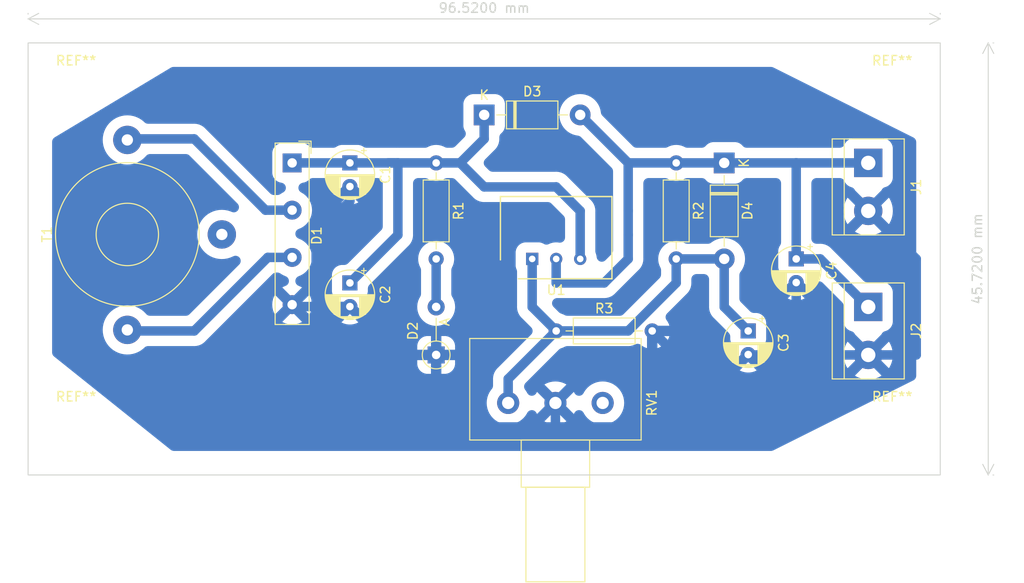
<source format=kicad_pcb>
(kicad_pcb (version 20211014) (generator pcbnew)
  (layers (0 "F.Cu" signal) (31 "B.Cu" signal) (34 "B.Paste" user) (35 "F.Paste" user) (36 "B.SilkS" user "B.Silkscreen") (37 "F.SilkS" user "F.Silkscreen") (38 "B.Mask" user) (39 "F.Mask" user) (44 "Edge.Cuts" user))
  (net 0 "")
  (net 1 "Net-(C1-Pad1)")
  (net 2 "Net-(C3-Pad1)")
  (net 3 "Net-(C4-Pad1)")
  (net 4 "Net-(D2-Pad2)")
  (net 5 "unconnected-(T1-Pad1)")
  (net 7 "Net-(D1-Pad2)")
  (net 8 "Net-(D1-Pad3)")
  (net 9 "GND")
  (footprint "TerminalBlock:TerminalBlock_bornier-2_P5.08mm" (layer "F.Cu") (at 180.34 93.98 -90)
    (fp_text reference "J2" (at 2.54 -5.08 90) (layer "F.SilkS"))
    (fp_text value "Conn_01x02")
    (pad "1" thru_hole rect (at 0 0 270) (size 3 3) (drill 1.52) (layers *.Cu *.Mask) (net 3 "Net-(C4-Pad1)"))
    (pad "2" thru_hole circle (at 5.08 0 270) (size 3 3) (drill 1.52) (layers *.Cu *.Mask) (net 9 "GND"))
  )
  (footprint "Diode_THT:D_DO-41_SOD81_P10.16mm_Horizontal" (layer "F.Cu") (at 139.7 73.66)
    (fp_text reference "D3" (at 5.08 -2.47) (layer "F.SilkS"))
    (fp_text value "1N5817")
    (fp_text user "K" (at 0 -2.1) (layer "F.SilkS"))
    (pad "1" thru_hole rect (at 0 0) (size 2.2 2.2) (drill 1.1) (layers *.Cu *.Mask) (net 1 "Net-(C1-Pad1)"))
    (pad "2" thru_hole oval (at 10.16 0) (size 2.2 2.2) (drill 1.1) (layers *.Cu *.Mask) (net 3 "Net-(C4-Pad1)"))
  )
  (footprint "Package_SIP:SIP3_11.6x8.5mm" (layer "F.Cu") (at 144.78 88.9)
    (fp_text reference "U1" (at 2.54 3.3 180) (layer "F.SilkS"))
    (fp_text value "LM350_TO220")
    (pad "1" thru_hole rect (at 0 0 270) (size 1.3 1.3) (drill 0.7) (layers *.Cu *.Mask) (net 2 "Net-(C3-Pad1)"))
    (pad "2" thru_hole circle (at 2.54 0 180) (size 1.3 1.3) (drill 0.7) (layers *.Cu *.Mask) (net 3 "Net-(C4-Pad1)"))
    (pad "3" thru_hole circle (at 5.08 0 270) (size 1.3 1.3) (drill 0.7) (layers *.Cu *.Mask) (net 1 "Net-(C1-Pad1)"))
  )
  (footprint "Transformer_THT:Autotransformer_Toroid_1Tap_Horizontal_D14.0mm_Amidon-T50" (layer "F.Cu") (at 101.940489 96.41 90)
    (fp_text reference "T1" (at 10.1 -8.5 90) (layer "F.SilkS"))
    (fp_text value "Transformer_1P_SS")
    (pad "1" thru_hole circle (at 0 0 90) (size 3 3) (drill 1.2) (layers *.Cu *.Mask) (net 5 "unconnected-(T1-Pad1)"))
    (pad "2" thru_hole circle (at 10.1 10 90) (size 3 3) (drill 1.2) (layers *.Cu *.Mask))
    (pad "3" thru_hole circle (at 20.1 0 90) (size 3 3) (drill 1.2) (layers *.Cu *.Mask) (net 7 "Net-(D1-Pad2)"))
  )
  (footprint "Resistor_THT:R_Axial_DIN0207_L6.3mm_D2.5mm_P10.16mm_Horizontal" (layer "F.Cu") (at 160.02 78.74 -90)
    (fp_text reference "R2" (at 5.08 -2.37 90) (layer "F.SilkS"))
    (fp_text value "220")
    (pad "1" thru_hole circle (at 0 0 270) (size 1.6 1.6) (drill 0.8) (layers *.Cu *.Mask) (net 3 "Net-(C4-Pad1)"))
    (pad "2" thru_hole oval (at 10.16 0 270) (size 1.6 1.6) (drill 0.8) (layers *.Cu *.Mask) (net 2 "Net-(C3-Pad1)"))
  )
  (footprint "Resistor_THT:R_Axial_DIN0207_L6.3mm_D2.5mm_P10.16mm_Horizontal" (layer "F.Cu") (at 147.32 96.52)
    (fp_text reference "R3" (at 5.08 -2.37) (layer "F.SilkS"))
    (fp_text value "20k")
    (pad "1" thru_hole circle (at 0 0) (size 1.6 1.6) (drill 0.8) (layers *.Cu *.Mask) (net 2 "Net-(C3-Pad1)"))
    (pad "2" thru_hole oval (at 10.16 0) (size 1.6 1.6) (drill 0.8) (layers *.Cu *.Mask) (net 9 "GND"))
  )
  (footprint "TerminalBlock:TerminalBlock_bornier-2_P5.08mm" (layer "F.Cu") (at 180.34 78.74 -90)
    (fp_text reference "J1" (at 2.54 -5.08 90) (layer "F.SilkS"))
    (fp_text value "Conn_01x02")
    (pad "1" thru_hole rect (at 0 0 270) (size 3 3) (drill 1.52) (layers *.Cu *.Mask) (net 3 "Net-(C4-Pad1)"))
    (pad "2" thru_hole circle (at 5.08 0 270) (size 3 3) (drill 1.52) (layers *.Cu *.Mask) (net 9 "GND"))
  )
  (footprint "Diode_THT:D_A-405_P5.08mm_Vertical_AnodeUp" (layer "F.Cu") (at 134.62 99.06 90)
    (fp_text reference "D2" (at 2.54 -2.47 90) (layer "F.SilkS"))
    (fp_text value "LED")
    (fp_text user "A" (at 3.48 0.9 90) (layer "F.SilkS"))
    (pad "1" thru_hole rect (at 0 0 90) (size 1.8 1.8) (drill 0.9) (layers *.Cu *.Mask) (net 9 "GND"))
    (pad "2" thru_hole oval (at 5.08 0 90) (size 1.8 1.8) (drill 0.9) (layers *.Cu *.Mask) (net 4 "Net-(D2-Pad2)"))
  )
  (footprint "Capacitor_THT:CP_Radial_D5.0mm_P2.50mm" (layer "F.Cu") (at 125.490489 78.74 -90)
    (fp_text reference "C1" (at 1.25 -3.75 90) (layer "F.SilkS"))
    (fp_text value "2200u")
    (pad "1" thru_hole rect (at 0 0 270) (size 1.6 1.6) (drill 0.8) (layers *.Cu *.Mask) (net 1 "Net-(C1-Pad1)"))
    (pad "2" thru_hole circle (at 2.5 0 270) (size 1.6 1.6) (drill 0.8) (layers *.Cu *.Mask) (net 9 "GND"))
  )
  (footprint "Potentiometer_THT:Potentiometer_Alps_RK163_Single_Horizontal" (layer "F.Cu") (at 142.24 104.14 -90)
    (fp_text reference "RV1" (at 0 -15.2 90) (layer "F.SilkS"))
    (fp_text value "5k")
    (pad "1" thru_hole circle (at 0 0 270) (size 2.34 2.34) (drill 1.3) (layers *.Cu *.Mask) (net 2 "Net-(C3-Pad1)"))
    (pad "2" thru_hole circle (at 0 -5 270) (size 2.34 2.34) (drill 1.3) (layers *.Cu *.Mask) (net 9 "GND"))
    (pad "3" thru_hole circle (at 0 -10 270) (size 2.34 2.34) (drill 1.3) (layers *.Cu *.Mask))
  )
  (footprint "Diode_THT:Diode_Bridge_19.0x3.5x10.0mm_P5.0mm" (layer "F.Cu") (at 119.38 78.74 -90)
    (fp_text reference "D1" (at 7.7 -2.6 90) (layer "F.SilkS"))
    (fp_text value "D_Bridge_+AA-")
    (pad "1" thru_hole rect (at 0 0 270) (size 2 2) (drill 1) (layers *.Cu *.Mask) (net 1 "Net-(C1-Pad1)"))
    (pad "2" thru_hole circle (at 5 0 270) (size 2 2) (drill 1) (layers *.Cu *.Mask) (net 7 "Net-(D1-Pad2)"))
    (pad "3" thru_hole circle (at 10 0 270) (size 2 2) (drill 1) (layers *.Cu *.Mask) (net 8 "Net-(D1-Pad3)"))
    (pad "4" thru_hole circle (at 15 0 270) (size 2 2) (drill 1) (layers *.Cu *.Mask) (net 9 "GND"))
  )
  (footprint "Resistor_THT:R_Axial_DIN0207_L6.3mm_D2.5mm_P10.16mm_Horizontal" (layer "F.Cu") (at 134.62 78.74 -90)
    (fp_text reference "R1" (at 5.08 -2.37 90) (layer "F.SilkS"))
    (fp_text value "1k")
    (pad "1" thru_hole circle (at 0 0 270) (size 1.6 1.6) (drill 0.8) (layers *.Cu *.Mask) (net 1 "Net-(C1-Pad1)"))
    (pad "2" thru_hole oval (at 10.16 0 270) (size 1.6 1.6) (drill 0.8) (layers *.Cu *.Mask) (net 4 "Net-(D2-Pad2)"))
  )
  (footprint "MountingHole:MountingHole_2.1mm" (layer "F.Cu") (at 182.88 106.68)
    (fp_text reference "REF**" (at 0 -3.2) (layer "F.SilkS"))
    (fp_text value "MountingHole_2.1mm")
    (pad "" np_thru_hole circle (at 0 0) (size 2.1 2.1) (drill 2.1) (layers *.Cu *.Mask))
  )
  (footprint "Capacitor_THT:CP_Radial_D5.0mm_P2.50mm" (layer "F.Cu") (at 167.64 96.52 -90)
    (fp_text reference "C3" (at 1.25 -3.75 90) (layer "F.SilkS"))
    (fp_text value "33u")
    (pad "1" thru_hole rect (at 0 0 270) (size 1.6 1.6) (drill 0.8) (layers *.Cu *.Mask) (net 2 "Net-(C3-Pad1)"))
    (pad "2" thru_hole circle (at 2.5 0 270) (size 1.6 1.6) (drill 0.8) (layers *.Cu *.Mask) (net 9 "GND"))
  )
  (footprint "MountingHole:MountingHole_2.1mm" (layer "F.Cu") (at 96.52 106.68)
    (fp_text reference "REF**" (at 0 -3.2) (layer "F.SilkS"))
    (fp_text value "MountingHole_2.1mm")
    (pad "" np_thru_hole circle (at 0 0) (size 2.1 2.1) (drill 2.1) (layers *.Cu *.Mask))
  )
  (footprint "MountingHole:MountingHole_2.1mm" (layer "F.Cu") (at 182.88 71.12)
    (fp_text reference "REF**" (at 0 -3.2) (layer "F.SilkS"))
    (fp_text value "MountingHole_2.1mm")
    (pad "" np_thru_hole circle (at 0 0) (size 2.1 2.1) (drill 2.1) (layers *.Cu *.Mask))
  )
  (footprint "Capacitor_THT:CP_Radial_D5.0mm_P2.50mm" (layer "F.Cu") (at 172.72 88.9 -90)
    (fp_text reference "C4" (at 1.25 -3.75 90) (layer "F.SilkS"))
    (fp_text value "1u")
    (pad "1" thru_hole rect (at 0 0 270) (size 1.6 1.6) (drill 0.8) (layers *.Cu *.Mask) (net 3 "Net-(C4-Pad1)"))
    (pad "2" thru_hole circle (at 2.5 0 270) (size 1.6 1.6) (drill 0.8) (layers *.Cu *.Mask) (net 9 "GND"))
  )
  (footprint "Diode_THT:D_DO-41_SOD81_P10.16mm_Horizontal" (layer "F.Cu") (at 165.1 78.74 -90)
    (fp_text reference "D4" (at 5.08 -2.47 90) (layer "F.SilkS"))
    (fp_text value "1N5817")
    (fp_text user "K" (at 0 -2.1 90) (layer "F.SilkS"))
    (pad "1" thru_hole rect (at 0 0 270) (size 2.2 2.2) (drill 1.1) (layers *.Cu *.Mask) (net 3 "Net-(C4-Pad1)"))
    (pad "2" thru_hole oval (at 10.16 0 270) (size 2.2 2.2) (drill 1.1) (layers *.Cu *.Mask) (net 2 "Net-(C3-Pad1)"))
  )
  (footprint "Capacitor_THT:CP_Radial_D5.0mm_P2.50mm" (layer "F.Cu") (at 125.490489 91.44 -90)
    (fp_text reference "C2" (at 1.25 -3.75 90) (layer "F.SilkS"))
    (fp_text value "2200u")
    (pad "1" thru_hole rect (at 0 0 270) (size 1.6 1.6) (drill 0.8) (layers *.Cu *.Mask) (net 1 "Net-(C1-Pad1)"))
    (pad "2" thru_hole circle (at 2.5 0 270) (size 1.6 1.6) (drill 0.8) (layers *.Cu *.Mask) (net 9 "GND"))
  )
  (footprint "MountingHole:MountingHole_2.1mm" (layer "F.Cu") (at 96.52 71.12)
    (fp_text reference "REF**" (at 0 -3.2) (layer "F.SilkS"))
    (fp_text value "MountingHole_2.1mm")
    (pad "" np_thru_hole circle (at 0 0) (size 2.1 2.1) (drill 2.1) (layers *.Cu *.Mask))
  )
  (gr_rect (start 91.44 66.04) (end 187.96 111.76) (layer "Edge.Cuts") (width 0.1) (fill none))
  (dimension (type aligned) (layer "Edge.Cuts") (pts (xy 91.44 63.5) (xy 187.96 63.5)) (height 0) (gr_text "96.5200 mm" (at 139.7 62.35) (layer "Edge.Cuts") (effects (font (size 1 1) (thickness 0.15)))) (format (units 3) (units_format 1) (precision 4)) (style (thickness 0.1) (arrow_length 1.27) (text_position_mode 0) (extension_height 0.58642) (extension_offset 0.5) keep_text_aligned))
  (dimension (type aligned) (layer "Edge.Cuts") (pts (xy 193.04 66.04) (xy 193.04 111.76)) (height 0) (gr_text "45.7200 mm" (at 191.89 88.9 90) (layer "Edge.Cuts") (effects (font (size 1 1) (thickness 0.15)))) (format (units 3) (units_format 1) (precision 4)) (style (thickness 0.1) (arrow_length 1.27) (text_position_mode 0) (extension_height 0.58642) (extension_offset 0.5) keep_text_aligned))
  (segment (start 152.28 104.1) (end 152.24 104.14) (width 1) (layer "F.Cu") (net 0))
  (segment (start 130.570489 86.36) (end 130.570489 78.74) (width 1) (layer "B.Cu") (net 1))
  (segment (start 149.86 83.82) (end 147.32 81.28) (width 1) (layer "B.Cu") (net 1))
  (segment (start 149.86 88.9) (end 149.86 83.82) (width 1) (layer "B.Cu") (net 1))
  (segment (start 139.7 73.66) (end 139.7 76.2) (width 1) (layer "B.Cu") (net 1))
  (segment (start 137.16 78.74) (end 134.62 78.74) (width 1) (layer "B.Cu") (net 1))
  (segment (start 134.62 78.74) (end 129.54 78.74) (width 1) (layer "B.Cu") (net 1))
  (segment (start 125.490489 78.74) (end 130.570489 78.74) (width 1) (layer "B.Cu") (net 1))
  (segment (start 125.490489 78.74) (end 119.180489 78.74) (width 1) (layer "B.Cu") (net 1))
  (segment (start 139.7 76.2) (end 137.16 78.74) (width 1) (layer "B.Cu") (net 1))
  (segment (start 125.490489 91.44) (end 130.570489 86.36) (width 1) (layer "B.Cu") (net 1))
  (segment (start 147.32 81.28) (end 139.7 81.28) (width 1) (layer "B.Cu") (net 1))
  (segment (start 139.7 81.28) (end 137.16 78.74) (width 1) (layer "B.Cu") (net 1))
  (segment (start 147.32 96.52) (end 154.94 96.52) (width 1) (layer "B.Cu") (net 2))
  (segment (start 144.78 88.9) (end 144.78 93.98) (width 1) (layer "B.Cu") (net 2))
  (segment (start 160.02 91.44) (end 160.02 88.9) (width 1) (layer "B.Cu") (net 2))
  (segment (start 160.02 88.9) (end 165.1 88.9) (width 1) (layer "B.Cu") (net 2))
  (segment (start 142.24 101.6) (end 142.24 104.14) (width 1) (layer "B.Cu") (net 2))
  (segment (start 165.1 93.98) (end 165.1 88.9) (width 1) (layer "B.Cu") (net 2))
  (segment (start 154.94 96.52) (end 160.02 91.44) (width 1) (layer "B.Cu") (net 2))
  (segment (start 144.78 93.98) (end 147.32 96.52) (width 1) (layer "B.Cu") (net 2))
  (segment (start 167.64 96.52) (end 165.1 93.98) (width 1) (layer "B.Cu") (net 2))
  (segment (start 147.32 96.52) (end 142.24 101.6) (width 1) (layer "B.Cu") (net 2))
  (segment (start 167.64 78.74) (end 172.72 78.74) (width 1) (layer "B.Cu") (net 3))
  (segment (start 172.72 88.9) (end 172.72 78.74) (width 1) (layer "B.Cu") (net 3))
  (segment (start 154.94 83.82) (end 154.94 78.74) (width 1) (layer "B.Cu") (net 3))
  (segment (start 175.26 88.9) (end 172.72 88.9) (width 1) (layer "B.Cu") (net 3))
  (segment (start 154.94 78.74) (end 160.02 78.74) (width 1) (layer "B.Cu") (net 3))
  (segment (start 147.32 91.44) (end 152.4 91.44) (width 1) (layer "B.Cu") (net 3))
  (segment (start 149.86 73.66) (end 154.94 78.74) (width 1) (layer "B.Cu") (net 3))
  (segment (start 147.32 88.9) (end 147.32 91.44) (width 1) (layer "B.Cu") (net 3))
  (segment (start 167.64 78.74) (end 160.02 78.74) (width 1) (layer "B.Cu") (net 3))
  (segment (start 154.94 88.9) (end 154.94 86.36) (width 1) (layer "B.Cu") (net 3))
  (segment (start 180.34 93.98) (end 175.26 88.9) (width 1) (layer "B.Cu") (net 3))
  (segment (start 152.4 91.44) (end 154.94 88.9) (width 1) (layer "B.Cu") (net 3))
  (segment (start 180.34 78.74) (end 172.72 78.74) (width 1) (layer "B.Cu") (net 3))
  (segment (start 154.94 86.36) (end 154.94 83.82) (width 1) (layer "B.Cu") (net 3))
  (segment (start 134.62 88.9) (end 134.62 93.98) (width 1) (layer "B.Cu") (net 4))
  (segment (start 116.800489 88.74) (end 109.020489 96.52) (width 1) (layer "B.Cu") (net 5))
  (segment (start 109.020489 96.52) (end 101.6 96.52) (width 1) (layer "B.Cu") (net 5))
  (segment (start 119.180489 88.74) (end 116.800489 88.74) (width 1) (layer "B.Cu") (net 5))
  (segment (start 119.180489 83.74) (end 116.560489 83.74) (width 1) (layer "B.Cu") (net 7))
  (segment (start 119.180489 83.74) (end 119.180489 83.82) (width 1) (layer "B.Cu") (net 7))
  (segment (start 116.560489 83.74) (end 109.020489 76.2) (width 1) (layer "B.Cu") (net 7))
  (segment (start 109.020489 76.2) (end 101.6 76.2) (width 1) (layer "B.Cu") (net 7))
  (segment (start 125.490489 81.24) (end 125.490489 82.789511) (width 1) (layer "B.Cu") (net 9))
  (segment (start 162.56 104.1) (end 162.56 104.14) (width 1) (layer "B.Cu") (net 9))
  (segment (start 147.32 106.68) (end 160.02 106.68) (width 1) (layer "B.Cu") (net 9))
  (segment (start 130.610489 99.06) (end 134.62 99.06) (width 1) (layer "B.Cu") (net 9))
  (segment (start 119.58 93.94) (end 119.38 93.74) (width 1) (layer "B.Cu") (net 9))
  (segment (start 125.490489 93.94) (end 124.359119 93.94) (width 1) (layer "B.Cu") (net 9))
  (segment (start 172.72 91.44) (end 172.72 99.06) (width 1) (layer "B.Cu") (net 9))
  (segment (start 130.610489 99.06) (end 125.490489 93.94) (width 1) (layer "B.Cu") (net 9))
  (segment (start 134.62 104.14) (end 137.16 106.68) (width 1) (layer "B.Cu") (net 9))
  (segment (start 121.92 86.36) (end 121.92 93.98) (width 1) (layer "B.Cu") (net 9))
  (segment (start 185.42 88.9) (end 185.42 99.06) (width 1) (layer "B.Cu") (net 9))
  (segment (start 172.72 99.06) (end 167.64 99.06) (width 1) (layer "B.Cu") (net 9))
  (segment (start 172.76 91.4) (end 172.72 91.44) (width 1) (layer "B.Cu") (net 9))
  (segment (start 167.64 99.02) (end 163.81 102.85) (width 1) (layer "B.Cu") (net 9))
  (segment (start 125.490489 93.94) (end 119.58 93.94) (width 1) (layer "B.Cu") (net 9))
  (segment (start 157.48 96.52) (end 163.81 102.85) (width 1) (layer "B.Cu") (net 9))
  (segment (start 162.6 104.1) (end 160.02 106.68) (width 1) (layer "B.Cu") (net 9))
  (segment (start 180.34 99.06) (end 172.72 99.06) (width 1) (layer "B.Cu") (net 9))
  (segment (start 147.24 104.14) (end 147.24 106.6) (width 1) (layer "B.Cu") (net 9))
  (segment (start 163.81 102.85) (end 162.56 104.1) (width 1) (layer "B.Cu") (net 9))
  (segment (start 137.16 106.68) (end 147.32 106.68) (width 1) (layer "B.Cu") (net 9))
  (segment (start 147.24 106.6) (end 147.32 106.68) (width 1) (layer "B.Cu") (net 9))
  (segment (start 134.62 99.06) (end 134.62 104.14) (width 1) (layer "B.Cu") (net 9))
  (segment (start 180.34 83.82) (end 185.42 88.9) (width 1) (layer "B.Cu") (net 9))
  (segment (start 125.490489 82.789511) (end 121.92 86.36) (width 1) (layer "B.Cu") (net 9))
  (segment (start 125.687355 81.24) (end 125.490489 81.24) (width 1) (layer "B.Cu") (net 9))
  (segment (start 185.42 99.06) (end 180.34 99.06) (width 1) (layer "B.Cu") (net 9))
  (zone (net 9) (net_name "GND") (layer "B.Cu") (connect_pads (clearance 1.1)) (min_thickness 1.1) (fill yes (thermal_gap 1.1) (thermal_bridge_width 1.1))
    (polygon (pts (xy 185.42 76.2) (xy 185.42 101.6) (xy 170.18 109.22) (xy 106.68 109.22) (xy 93.98 99.06) (xy 93.98 76.2) (xy 106.68 68.58) (xy 170.18 68.58)))
  )
)
</source>
